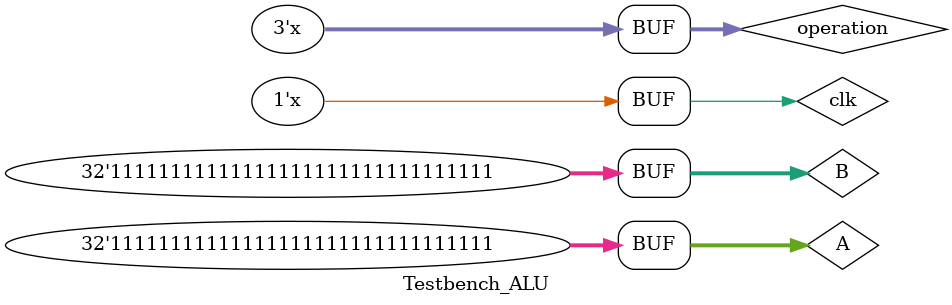
<source format=v>
`timescale 100ns / 10ns


module Testbench_ALU();
reg clk;
reg [2:0] operation;
reg [31:0] A, B;
wire [31:0] C;
wire  B_invert;
wire zero;
wire overflow;
wire carry_out;
wire carry_in;
//integer i;
always #0.5 clk = ~clk;
always #1 operation = operation + 3'b001;
ALU alu(.clk(clk), .operation(operation), .carry_in(carry_in), .A(A), .B(B), .B_invert(B_invert), .C(C), .zero(zero), .overflow(overflow), .carry_out(carry_out));

initial 
    begin
        clk = 1;
        A = 32'b00000000000000000000000000000000;
        B = 32'b00000000000000000000000000000001;
        operation = 3'b001;
//        for (i = 0; i <= 8; i= i+1)
//            begin
//                operation = operation + 3'b001;
//                #1;
//            end
         #8
         A = 32'b11111111111111111111111111111111;
         B = 32'b11111111111111111111111111111111;
         
         //#20 $finish; 
    end
endmodule

</source>
